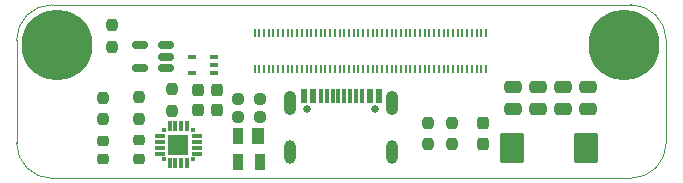
<source format=gts>
G04 #@! TF.GenerationSoftware,KiCad,Pcbnew,(6.0.0)*
G04 #@! TF.CreationDate,2022-12-24T23:31:17+01:00*
G04 #@! TF.ProjectId,MinCab,4d696e43-6162-42e6-9b69-6361645f7063,rev?*
G04 #@! TF.SameCoordinates,Original*
G04 #@! TF.FileFunction,Soldermask,Top*
G04 #@! TF.FilePolarity,Negative*
%FSLAX46Y46*%
G04 Gerber Fmt 4.6, Leading zero omitted, Abs format (unit mm)*
G04 Created by KiCad (PCBNEW (6.0.0)) date 2022-12-24 23:31:17*
%MOMM*%
%LPD*%
G01*
G04 APERTURE LIST*
G04 Aperture macros list*
%AMRoundRect*
0 Rectangle with rounded corners*
0 $1 Rounding radius*
0 $2 $3 $4 $5 $6 $7 $8 $9 X,Y pos of 4 corners*
0 Add a 4 corners polygon primitive as box body*
4,1,4,$2,$3,$4,$5,$6,$7,$8,$9,$2,$3,0*
0 Add four circle primitives for the rounded corners*
1,1,$1+$1,$2,$3*
1,1,$1+$1,$4,$5*
1,1,$1+$1,$6,$7*
1,1,$1+$1,$8,$9*
0 Add four rect primitives between the rounded corners*
20,1,$1+$1,$2,$3,$4,$5,0*
20,1,$1+$1,$4,$5,$6,$7,0*
20,1,$1+$1,$6,$7,$8,$9,0*
20,1,$1+$1,$8,$9,$2,$3,0*%
G04 Aperture macros list end*
G04 #@! TA.AperFunction,Profile*
%ADD10C,0.050000*%
G04 #@! TD*
%ADD11RoundRect,0.250000X0.475000X-0.250000X0.475000X0.250000X-0.475000X0.250000X-0.475000X-0.250000X0*%
%ADD12RoundRect,0.237500X-0.237500X0.250000X-0.237500X-0.250000X0.237500X-0.250000X0.237500X0.250000X0*%
%ADD13RoundRect,0.237500X-0.250000X-0.237500X0.250000X-0.237500X0.250000X0.237500X-0.250000X0.237500X0*%
%ADD14RoundRect,0.150000X0.512500X0.150000X-0.512500X0.150000X-0.512500X-0.150000X0.512500X-0.150000X0*%
%ADD15R,0.200000X0.700000*%
%ADD16C,6.000000*%
%ADD17R,1.100000X1.400000*%
%ADD18R,0.900000X1.400000*%
%ADD19RoundRect,0.237500X0.237500X-0.250000X0.237500X0.250000X-0.237500X0.250000X-0.237500X-0.250000X0*%
%ADD20RoundRect,0.237500X-0.237500X0.300000X-0.237500X-0.300000X0.237500X-0.300000X0.237500X0.300000X0*%
%ADD21R,0.650000X0.400000*%
%ADD22RoundRect,0.218750X-0.256250X0.218750X-0.256250X-0.218750X0.256250X-0.218750X0.256250X0.218750X0*%
%ADD23R,0.300000X0.300000*%
%ADD24R,0.900000X0.300000*%
%ADD25R,0.300000X0.900000*%
%ADD26R,1.800000X1.800000*%
%ADD27C,0.800000*%
%ADD28C,0.650000*%
%ADD29R,0.600000X1.150000*%
%ADD30R,0.300000X1.150000*%
%ADD31O,1.050000X2.100000*%
%ADD32O,1.000000X2.000000*%
%ADD33RoundRect,0.237500X0.250000X0.237500X-0.250000X0.237500X-0.250000X-0.237500X0.250000X-0.237500X0*%
%ADD34RoundRect,0.250000X-0.787500X-1.025000X0.787500X-1.025000X0.787500X1.025000X-0.787500X1.025000X0*%
G04 APERTURE END LIST*
D10*
X117300000Y-91200000D02*
G75*
G03*
X120300000Y-94200000I3000001J1D01*
G01*
X172300000Y-82500000D02*
X172300000Y-91200000D01*
X169300000Y-94200000D02*
X120300000Y-94200000D01*
X172300000Y-82500000D02*
G75*
G03*
X169300000Y-79500000I-3000001J-1D01*
G01*
X169300000Y-94200000D02*
G75*
G03*
X172300000Y-91200000I-1J3000001D01*
G01*
X120300000Y-79500000D02*
X169300000Y-79500000D01*
X120300000Y-79500000D02*
G75*
G03*
X117300000Y-82500000I1J-3000001D01*
G01*
X117300000Y-82500000D02*
X117300000Y-91200000D01*
D11*
X159350000Y-88350000D03*
X159350000Y-86450000D03*
X161450000Y-88350000D03*
X161450000Y-86450000D03*
D12*
X130500000Y-86637500D03*
X130500000Y-88462500D03*
D13*
X136087500Y-87500000D03*
X137912500Y-87500000D03*
D14*
X129987500Y-84850000D03*
X129987500Y-83900000D03*
X129987500Y-82950000D03*
X127712500Y-82950000D03*
X127712500Y-84850000D03*
D15*
X137450000Y-84950000D03*
X137450000Y-81870000D03*
X137850000Y-84950000D03*
X137850000Y-81870000D03*
X138250000Y-84950000D03*
X138250000Y-81870000D03*
X138650000Y-84950000D03*
X138650000Y-81870000D03*
X139050000Y-84950000D03*
X139050000Y-81870000D03*
X139450000Y-84950000D03*
X139450000Y-81870000D03*
X139850000Y-84950000D03*
X139850000Y-81870000D03*
X140250000Y-84950000D03*
X140250000Y-81870000D03*
X140650000Y-84950000D03*
X140650000Y-81870000D03*
X141050000Y-84950000D03*
X141050000Y-81870000D03*
X141450000Y-84950000D03*
X141450000Y-81870000D03*
X141850000Y-84950000D03*
X141850000Y-81870000D03*
X142250000Y-84950000D03*
X142250000Y-81870000D03*
X142650000Y-84950000D03*
X142650000Y-81870000D03*
X143050000Y-84950000D03*
X143050000Y-81870000D03*
X143450000Y-84950000D03*
X143450000Y-81870000D03*
X143850000Y-84950000D03*
X143850000Y-81870000D03*
X144250000Y-84950000D03*
X144250000Y-81870000D03*
X144650000Y-84950000D03*
X144650000Y-81870000D03*
X145050000Y-84950000D03*
X145050000Y-81870000D03*
X145450000Y-84950000D03*
X145450000Y-81870000D03*
X145850000Y-84950000D03*
X145850000Y-81870000D03*
X146250000Y-84950000D03*
X146250000Y-81870000D03*
X146650000Y-84950000D03*
X146650000Y-81870000D03*
X147050000Y-84950000D03*
X147050000Y-81870000D03*
X147450000Y-84950000D03*
X147450000Y-81870000D03*
X147850000Y-84950000D03*
X147850000Y-81870000D03*
X148250000Y-84950000D03*
X148250000Y-81870000D03*
X148650000Y-84950000D03*
X148650000Y-81870000D03*
X149050000Y-84950000D03*
X149050000Y-81870000D03*
X149450000Y-84950000D03*
X149450000Y-81870000D03*
X149850000Y-84950000D03*
X149850000Y-81870000D03*
X150250000Y-84950000D03*
X150250000Y-81870000D03*
X150650000Y-84950000D03*
X150650000Y-81870000D03*
X151050000Y-84950000D03*
X151050000Y-81870000D03*
X151450000Y-84950000D03*
X151450000Y-81870000D03*
X151850000Y-84950000D03*
X151850000Y-81870000D03*
X152250000Y-84950000D03*
X152250000Y-81870000D03*
X152650000Y-84950000D03*
X152650000Y-81870000D03*
X153050000Y-84950000D03*
X153050000Y-81870000D03*
X153450000Y-84950000D03*
X153450000Y-81870000D03*
X153850000Y-84950000D03*
X153850000Y-81870000D03*
X154250000Y-84950000D03*
X154250000Y-81870000D03*
X154650000Y-84950000D03*
X154650000Y-81870000D03*
X155050000Y-84950000D03*
X155050000Y-81870000D03*
X155450000Y-84950000D03*
X155450000Y-81870000D03*
X155850000Y-84950000D03*
X155850000Y-81870000D03*
X156250000Y-84950000D03*
X156250000Y-81870000D03*
X156650000Y-84950000D03*
X156650000Y-81870000D03*
X157050000Y-84950000D03*
X157050000Y-81870000D03*
D16*
X120750000Y-82950000D03*
X168750000Y-82950000D03*
D17*
X137750000Y-90650000D03*
D18*
X136050000Y-90650000D03*
X136050000Y-92850000D03*
X137950000Y-92850000D03*
D19*
X154200000Y-91312500D03*
X154200000Y-89487500D03*
D20*
X132650000Y-86687500D03*
X132650000Y-88412500D03*
D12*
X125400000Y-81237500D03*
X125400000Y-83062500D03*
D19*
X124600000Y-89200000D03*
X124600000Y-87375000D03*
D21*
X134050000Y-85250000D03*
X134050000Y-84600000D03*
X134050000Y-83950000D03*
X132150000Y-83950000D03*
X132150000Y-85250000D03*
D19*
X127650000Y-89162500D03*
X127650000Y-87337500D03*
D22*
X124600000Y-91000000D03*
X124600000Y-92575000D03*
D11*
X165650000Y-88350000D03*
X165650000Y-86450000D03*
X163550000Y-88350000D03*
X163550000Y-86450000D03*
D23*
X132250000Y-92600000D03*
D24*
X132550000Y-92100000D03*
X132550000Y-91600000D03*
X132550000Y-91100000D03*
X132550000Y-90600000D03*
D23*
X132250000Y-90100000D03*
D25*
X131750000Y-89800000D03*
X131250000Y-89800000D03*
X130750000Y-89800000D03*
X130250000Y-89800000D03*
D23*
X129750000Y-90100000D03*
D24*
X129450000Y-90600000D03*
X129450000Y-91100000D03*
X129450000Y-91600000D03*
X129450000Y-92100000D03*
D23*
X129750000Y-92600000D03*
D25*
X130250000Y-92900000D03*
X130750000Y-92900000D03*
X131250000Y-92900000D03*
X131750000Y-92900000D03*
D26*
X131000000Y-91350000D03*
D27*
X131000000Y-91350000D03*
D12*
X152150000Y-89487500D03*
X152150000Y-91312500D03*
D28*
X147690000Y-88320000D03*
X141910000Y-88320000D03*
D29*
X141600000Y-87245000D03*
X142400000Y-87245000D03*
D30*
X143550000Y-87245000D03*
X144550000Y-87245000D03*
X145050000Y-87245000D03*
X146050000Y-87245000D03*
D29*
X148000000Y-87245000D03*
X147200000Y-87245000D03*
D30*
X146550000Y-87245000D03*
X145550000Y-87245000D03*
X144050000Y-87245000D03*
X143050000Y-87245000D03*
D31*
X140480000Y-87820000D03*
D32*
X140480000Y-92000000D03*
X149120000Y-92000000D03*
D31*
X149120000Y-87820000D03*
D20*
X134300000Y-86687500D03*
X134300000Y-88412500D03*
D33*
X137912500Y-89000000D03*
X136087500Y-89000000D03*
D20*
X156800000Y-89550000D03*
X156800000Y-91275000D03*
D34*
X159287500Y-91600000D03*
X165512500Y-91600000D03*
D22*
X127650000Y-90962500D03*
X127650000Y-92537500D03*
M02*

</source>
